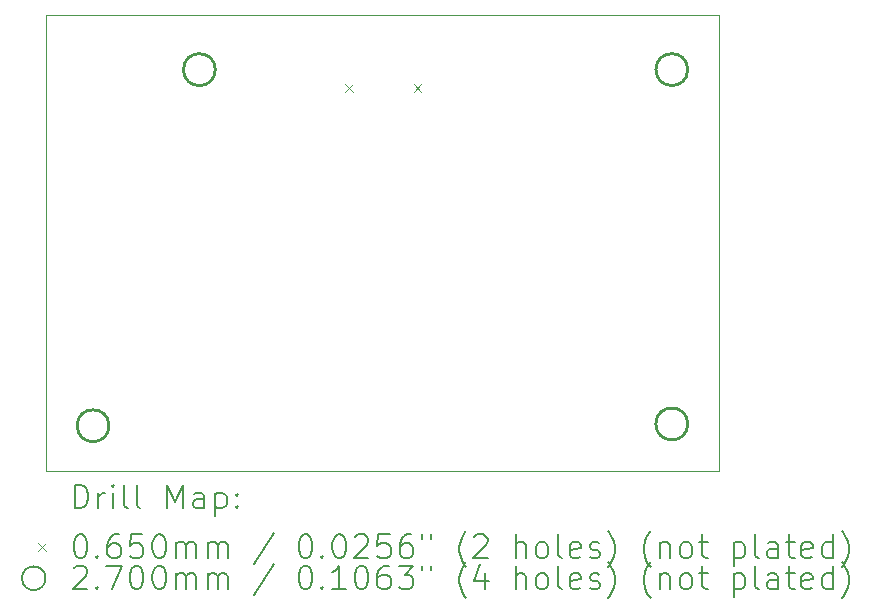
<source format=gbr>
%TF.GenerationSoftware,KiCad,Pcbnew,7.0.2-0*%
%TF.CreationDate,2023-04-30T22:27:09-07:00*%
%TF.ProjectId,babelfish,62616265-6c66-4697-9368-2e6b69636164,REV1*%
%TF.SameCoordinates,Original*%
%TF.FileFunction,Drillmap*%
%TF.FilePolarity,Positive*%
%FSLAX45Y45*%
G04 Gerber Fmt 4.5, Leading zero omitted, Abs format (unit mm)*
G04 Created by KiCad (PCBNEW 7.0.2-0) date 2023-04-30 22:27:09*
%MOMM*%
%LPD*%
G01*
G04 APERTURE LIST*
%ADD10C,0.050000*%
%ADD11C,0.200000*%
%ADD12C,0.064998*%
%ADD13C,0.270000*%
G04 APERTURE END LIST*
D10*
X8200000Y-6935000D02*
X13900000Y-6935000D01*
X13900000Y-10800000D01*
X8200000Y-10800000D01*
X8200000Y-6935000D01*
D11*
D12*
X10736495Y-7525522D02*
X10801494Y-7590521D01*
X10801494Y-7525522D02*
X10736495Y-7590521D01*
X11315489Y-7525522D02*
X11380488Y-7590521D01*
X11380488Y-7525522D02*
X11315489Y-7590521D01*
D13*
X8735000Y-10415000D02*
G75*
G03*
X8735000Y-10415000I-135000J0D01*
G01*
X9635000Y-7400000D02*
G75*
G03*
X9635000Y-7400000I-135000J0D01*
G01*
X13635000Y-7400000D02*
G75*
G03*
X13635000Y-7400000I-135000J0D01*
G01*
X13635000Y-10400000D02*
G75*
G03*
X13635000Y-10400000I-135000J0D01*
G01*
D11*
X8445119Y-11115024D02*
X8445119Y-10915024D01*
X8445119Y-10915024D02*
X8492738Y-10915024D01*
X8492738Y-10915024D02*
X8521310Y-10924548D01*
X8521310Y-10924548D02*
X8540357Y-10943595D01*
X8540357Y-10943595D02*
X8549881Y-10962643D01*
X8549881Y-10962643D02*
X8559405Y-11000738D01*
X8559405Y-11000738D02*
X8559405Y-11029310D01*
X8559405Y-11029310D02*
X8549881Y-11067405D01*
X8549881Y-11067405D02*
X8540357Y-11086452D01*
X8540357Y-11086452D02*
X8521310Y-11105500D01*
X8521310Y-11105500D02*
X8492738Y-11115024D01*
X8492738Y-11115024D02*
X8445119Y-11115024D01*
X8645119Y-11115024D02*
X8645119Y-10981690D01*
X8645119Y-11019786D02*
X8654643Y-11000738D01*
X8654643Y-11000738D02*
X8664167Y-10991214D01*
X8664167Y-10991214D02*
X8683214Y-10981690D01*
X8683214Y-10981690D02*
X8702262Y-10981690D01*
X8768929Y-11115024D02*
X8768929Y-10981690D01*
X8768929Y-10915024D02*
X8759405Y-10924548D01*
X8759405Y-10924548D02*
X8768929Y-10934071D01*
X8768929Y-10934071D02*
X8778452Y-10924548D01*
X8778452Y-10924548D02*
X8768929Y-10915024D01*
X8768929Y-10915024D02*
X8768929Y-10934071D01*
X8892738Y-11115024D02*
X8873690Y-11105500D01*
X8873690Y-11105500D02*
X8864167Y-11086452D01*
X8864167Y-11086452D02*
X8864167Y-10915024D01*
X8997500Y-11115024D02*
X8978452Y-11105500D01*
X8978452Y-11105500D02*
X8968929Y-11086452D01*
X8968929Y-11086452D02*
X8968929Y-10915024D01*
X9226071Y-11115024D02*
X9226071Y-10915024D01*
X9226071Y-10915024D02*
X9292738Y-11057881D01*
X9292738Y-11057881D02*
X9359405Y-10915024D01*
X9359405Y-10915024D02*
X9359405Y-11115024D01*
X9540357Y-11115024D02*
X9540357Y-11010262D01*
X9540357Y-11010262D02*
X9530833Y-10991214D01*
X9530833Y-10991214D02*
X9511786Y-10981690D01*
X9511786Y-10981690D02*
X9473690Y-10981690D01*
X9473690Y-10981690D02*
X9454643Y-10991214D01*
X9540357Y-11105500D02*
X9521310Y-11115024D01*
X9521310Y-11115024D02*
X9473690Y-11115024D01*
X9473690Y-11115024D02*
X9454643Y-11105500D01*
X9454643Y-11105500D02*
X9445119Y-11086452D01*
X9445119Y-11086452D02*
X9445119Y-11067405D01*
X9445119Y-11067405D02*
X9454643Y-11048357D01*
X9454643Y-11048357D02*
X9473690Y-11038833D01*
X9473690Y-11038833D02*
X9521310Y-11038833D01*
X9521310Y-11038833D02*
X9540357Y-11029310D01*
X9635595Y-10981690D02*
X9635595Y-11181690D01*
X9635595Y-10991214D02*
X9654643Y-10981690D01*
X9654643Y-10981690D02*
X9692738Y-10981690D01*
X9692738Y-10981690D02*
X9711786Y-10991214D01*
X9711786Y-10991214D02*
X9721310Y-11000738D01*
X9721310Y-11000738D02*
X9730833Y-11019786D01*
X9730833Y-11019786D02*
X9730833Y-11076929D01*
X9730833Y-11076929D02*
X9721310Y-11095976D01*
X9721310Y-11095976D02*
X9711786Y-11105500D01*
X9711786Y-11105500D02*
X9692738Y-11115024D01*
X9692738Y-11115024D02*
X9654643Y-11115024D01*
X9654643Y-11115024D02*
X9635595Y-11105500D01*
X9816548Y-11095976D02*
X9826071Y-11105500D01*
X9826071Y-11105500D02*
X9816548Y-11115024D01*
X9816548Y-11115024D02*
X9807024Y-11105500D01*
X9807024Y-11105500D02*
X9816548Y-11095976D01*
X9816548Y-11095976D02*
X9816548Y-11115024D01*
X9816548Y-10991214D02*
X9826071Y-11000738D01*
X9826071Y-11000738D02*
X9816548Y-11010262D01*
X9816548Y-11010262D02*
X9807024Y-11000738D01*
X9807024Y-11000738D02*
X9816548Y-10991214D01*
X9816548Y-10991214D02*
X9816548Y-11010262D01*
D12*
X8132501Y-11410001D02*
X8197500Y-11474999D01*
X8197500Y-11410001D02*
X8132501Y-11474999D01*
D11*
X8483214Y-11335024D02*
X8502262Y-11335024D01*
X8502262Y-11335024D02*
X8521310Y-11344548D01*
X8521310Y-11344548D02*
X8530833Y-11354071D01*
X8530833Y-11354071D02*
X8540357Y-11373119D01*
X8540357Y-11373119D02*
X8549881Y-11411214D01*
X8549881Y-11411214D02*
X8549881Y-11458833D01*
X8549881Y-11458833D02*
X8540357Y-11496928D01*
X8540357Y-11496928D02*
X8530833Y-11515976D01*
X8530833Y-11515976D02*
X8521310Y-11525500D01*
X8521310Y-11525500D02*
X8502262Y-11535024D01*
X8502262Y-11535024D02*
X8483214Y-11535024D01*
X8483214Y-11535024D02*
X8464167Y-11525500D01*
X8464167Y-11525500D02*
X8454643Y-11515976D01*
X8454643Y-11515976D02*
X8445119Y-11496928D01*
X8445119Y-11496928D02*
X8435595Y-11458833D01*
X8435595Y-11458833D02*
X8435595Y-11411214D01*
X8435595Y-11411214D02*
X8445119Y-11373119D01*
X8445119Y-11373119D02*
X8454643Y-11354071D01*
X8454643Y-11354071D02*
X8464167Y-11344548D01*
X8464167Y-11344548D02*
X8483214Y-11335024D01*
X8635595Y-11515976D02*
X8645119Y-11525500D01*
X8645119Y-11525500D02*
X8635595Y-11535024D01*
X8635595Y-11535024D02*
X8626071Y-11525500D01*
X8626071Y-11525500D02*
X8635595Y-11515976D01*
X8635595Y-11515976D02*
X8635595Y-11535024D01*
X8816548Y-11335024D02*
X8778452Y-11335024D01*
X8778452Y-11335024D02*
X8759405Y-11344548D01*
X8759405Y-11344548D02*
X8749881Y-11354071D01*
X8749881Y-11354071D02*
X8730833Y-11382643D01*
X8730833Y-11382643D02*
X8721310Y-11420738D01*
X8721310Y-11420738D02*
X8721310Y-11496928D01*
X8721310Y-11496928D02*
X8730833Y-11515976D01*
X8730833Y-11515976D02*
X8740357Y-11525500D01*
X8740357Y-11525500D02*
X8759405Y-11535024D01*
X8759405Y-11535024D02*
X8797500Y-11535024D01*
X8797500Y-11535024D02*
X8816548Y-11525500D01*
X8816548Y-11525500D02*
X8826071Y-11515976D01*
X8826071Y-11515976D02*
X8835595Y-11496928D01*
X8835595Y-11496928D02*
X8835595Y-11449309D01*
X8835595Y-11449309D02*
X8826071Y-11430262D01*
X8826071Y-11430262D02*
X8816548Y-11420738D01*
X8816548Y-11420738D02*
X8797500Y-11411214D01*
X8797500Y-11411214D02*
X8759405Y-11411214D01*
X8759405Y-11411214D02*
X8740357Y-11420738D01*
X8740357Y-11420738D02*
X8730833Y-11430262D01*
X8730833Y-11430262D02*
X8721310Y-11449309D01*
X9016548Y-11335024D02*
X8921310Y-11335024D01*
X8921310Y-11335024D02*
X8911786Y-11430262D01*
X8911786Y-11430262D02*
X8921310Y-11420738D01*
X8921310Y-11420738D02*
X8940357Y-11411214D01*
X8940357Y-11411214D02*
X8987976Y-11411214D01*
X8987976Y-11411214D02*
X9007024Y-11420738D01*
X9007024Y-11420738D02*
X9016548Y-11430262D01*
X9016548Y-11430262D02*
X9026071Y-11449309D01*
X9026071Y-11449309D02*
X9026071Y-11496928D01*
X9026071Y-11496928D02*
X9016548Y-11515976D01*
X9016548Y-11515976D02*
X9007024Y-11525500D01*
X9007024Y-11525500D02*
X8987976Y-11535024D01*
X8987976Y-11535024D02*
X8940357Y-11535024D01*
X8940357Y-11535024D02*
X8921310Y-11525500D01*
X8921310Y-11525500D02*
X8911786Y-11515976D01*
X9149881Y-11335024D02*
X9168929Y-11335024D01*
X9168929Y-11335024D02*
X9187976Y-11344548D01*
X9187976Y-11344548D02*
X9197500Y-11354071D01*
X9197500Y-11354071D02*
X9207024Y-11373119D01*
X9207024Y-11373119D02*
X9216548Y-11411214D01*
X9216548Y-11411214D02*
X9216548Y-11458833D01*
X9216548Y-11458833D02*
X9207024Y-11496928D01*
X9207024Y-11496928D02*
X9197500Y-11515976D01*
X9197500Y-11515976D02*
X9187976Y-11525500D01*
X9187976Y-11525500D02*
X9168929Y-11535024D01*
X9168929Y-11535024D02*
X9149881Y-11535024D01*
X9149881Y-11535024D02*
X9130833Y-11525500D01*
X9130833Y-11525500D02*
X9121310Y-11515976D01*
X9121310Y-11515976D02*
X9111786Y-11496928D01*
X9111786Y-11496928D02*
X9102262Y-11458833D01*
X9102262Y-11458833D02*
X9102262Y-11411214D01*
X9102262Y-11411214D02*
X9111786Y-11373119D01*
X9111786Y-11373119D02*
X9121310Y-11354071D01*
X9121310Y-11354071D02*
X9130833Y-11344548D01*
X9130833Y-11344548D02*
X9149881Y-11335024D01*
X9302262Y-11535024D02*
X9302262Y-11401690D01*
X9302262Y-11420738D02*
X9311786Y-11411214D01*
X9311786Y-11411214D02*
X9330833Y-11401690D01*
X9330833Y-11401690D02*
X9359405Y-11401690D01*
X9359405Y-11401690D02*
X9378452Y-11411214D01*
X9378452Y-11411214D02*
X9387976Y-11430262D01*
X9387976Y-11430262D02*
X9387976Y-11535024D01*
X9387976Y-11430262D02*
X9397500Y-11411214D01*
X9397500Y-11411214D02*
X9416548Y-11401690D01*
X9416548Y-11401690D02*
X9445119Y-11401690D01*
X9445119Y-11401690D02*
X9464167Y-11411214D01*
X9464167Y-11411214D02*
X9473691Y-11430262D01*
X9473691Y-11430262D02*
X9473691Y-11535024D01*
X9568929Y-11535024D02*
X9568929Y-11401690D01*
X9568929Y-11420738D02*
X9578452Y-11411214D01*
X9578452Y-11411214D02*
X9597500Y-11401690D01*
X9597500Y-11401690D02*
X9626072Y-11401690D01*
X9626072Y-11401690D02*
X9645119Y-11411214D01*
X9645119Y-11411214D02*
X9654643Y-11430262D01*
X9654643Y-11430262D02*
X9654643Y-11535024D01*
X9654643Y-11430262D02*
X9664167Y-11411214D01*
X9664167Y-11411214D02*
X9683214Y-11401690D01*
X9683214Y-11401690D02*
X9711786Y-11401690D01*
X9711786Y-11401690D02*
X9730833Y-11411214D01*
X9730833Y-11411214D02*
X9740357Y-11430262D01*
X9740357Y-11430262D02*
X9740357Y-11535024D01*
X10130833Y-11325500D02*
X9959405Y-11582643D01*
X10387976Y-11335024D02*
X10407024Y-11335024D01*
X10407024Y-11335024D02*
X10426072Y-11344548D01*
X10426072Y-11344548D02*
X10435595Y-11354071D01*
X10435595Y-11354071D02*
X10445119Y-11373119D01*
X10445119Y-11373119D02*
X10454643Y-11411214D01*
X10454643Y-11411214D02*
X10454643Y-11458833D01*
X10454643Y-11458833D02*
X10445119Y-11496928D01*
X10445119Y-11496928D02*
X10435595Y-11515976D01*
X10435595Y-11515976D02*
X10426072Y-11525500D01*
X10426072Y-11525500D02*
X10407024Y-11535024D01*
X10407024Y-11535024D02*
X10387976Y-11535024D01*
X10387976Y-11535024D02*
X10368929Y-11525500D01*
X10368929Y-11525500D02*
X10359405Y-11515976D01*
X10359405Y-11515976D02*
X10349881Y-11496928D01*
X10349881Y-11496928D02*
X10340357Y-11458833D01*
X10340357Y-11458833D02*
X10340357Y-11411214D01*
X10340357Y-11411214D02*
X10349881Y-11373119D01*
X10349881Y-11373119D02*
X10359405Y-11354071D01*
X10359405Y-11354071D02*
X10368929Y-11344548D01*
X10368929Y-11344548D02*
X10387976Y-11335024D01*
X10540357Y-11515976D02*
X10549881Y-11525500D01*
X10549881Y-11525500D02*
X10540357Y-11535024D01*
X10540357Y-11535024D02*
X10530834Y-11525500D01*
X10530834Y-11525500D02*
X10540357Y-11515976D01*
X10540357Y-11515976D02*
X10540357Y-11535024D01*
X10673691Y-11335024D02*
X10692738Y-11335024D01*
X10692738Y-11335024D02*
X10711786Y-11344548D01*
X10711786Y-11344548D02*
X10721310Y-11354071D01*
X10721310Y-11354071D02*
X10730834Y-11373119D01*
X10730834Y-11373119D02*
X10740357Y-11411214D01*
X10740357Y-11411214D02*
X10740357Y-11458833D01*
X10740357Y-11458833D02*
X10730834Y-11496928D01*
X10730834Y-11496928D02*
X10721310Y-11515976D01*
X10721310Y-11515976D02*
X10711786Y-11525500D01*
X10711786Y-11525500D02*
X10692738Y-11535024D01*
X10692738Y-11535024D02*
X10673691Y-11535024D01*
X10673691Y-11535024D02*
X10654643Y-11525500D01*
X10654643Y-11525500D02*
X10645119Y-11515976D01*
X10645119Y-11515976D02*
X10635595Y-11496928D01*
X10635595Y-11496928D02*
X10626072Y-11458833D01*
X10626072Y-11458833D02*
X10626072Y-11411214D01*
X10626072Y-11411214D02*
X10635595Y-11373119D01*
X10635595Y-11373119D02*
X10645119Y-11354071D01*
X10645119Y-11354071D02*
X10654643Y-11344548D01*
X10654643Y-11344548D02*
X10673691Y-11335024D01*
X10816548Y-11354071D02*
X10826072Y-11344548D01*
X10826072Y-11344548D02*
X10845119Y-11335024D01*
X10845119Y-11335024D02*
X10892738Y-11335024D01*
X10892738Y-11335024D02*
X10911786Y-11344548D01*
X10911786Y-11344548D02*
X10921310Y-11354071D01*
X10921310Y-11354071D02*
X10930834Y-11373119D01*
X10930834Y-11373119D02*
X10930834Y-11392167D01*
X10930834Y-11392167D02*
X10921310Y-11420738D01*
X10921310Y-11420738D02*
X10807024Y-11535024D01*
X10807024Y-11535024D02*
X10930834Y-11535024D01*
X11111786Y-11335024D02*
X11016548Y-11335024D01*
X11016548Y-11335024D02*
X11007024Y-11430262D01*
X11007024Y-11430262D02*
X11016548Y-11420738D01*
X11016548Y-11420738D02*
X11035595Y-11411214D01*
X11035595Y-11411214D02*
X11083215Y-11411214D01*
X11083215Y-11411214D02*
X11102262Y-11420738D01*
X11102262Y-11420738D02*
X11111786Y-11430262D01*
X11111786Y-11430262D02*
X11121310Y-11449309D01*
X11121310Y-11449309D02*
X11121310Y-11496928D01*
X11121310Y-11496928D02*
X11111786Y-11515976D01*
X11111786Y-11515976D02*
X11102262Y-11525500D01*
X11102262Y-11525500D02*
X11083215Y-11535024D01*
X11083215Y-11535024D02*
X11035595Y-11535024D01*
X11035595Y-11535024D02*
X11016548Y-11525500D01*
X11016548Y-11525500D02*
X11007024Y-11515976D01*
X11292738Y-11335024D02*
X11254643Y-11335024D01*
X11254643Y-11335024D02*
X11235595Y-11344548D01*
X11235595Y-11344548D02*
X11226072Y-11354071D01*
X11226072Y-11354071D02*
X11207024Y-11382643D01*
X11207024Y-11382643D02*
X11197500Y-11420738D01*
X11197500Y-11420738D02*
X11197500Y-11496928D01*
X11197500Y-11496928D02*
X11207024Y-11515976D01*
X11207024Y-11515976D02*
X11216548Y-11525500D01*
X11216548Y-11525500D02*
X11235595Y-11535024D01*
X11235595Y-11535024D02*
X11273691Y-11535024D01*
X11273691Y-11535024D02*
X11292738Y-11525500D01*
X11292738Y-11525500D02*
X11302262Y-11515976D01*
X11302262Y-11515976D02*
X11311786Y-11496928D01*
X11311786Y-11496928D02*
X11311786Y-11449309D01*
X11311786Y-11449309D02*
X11302262Y-11430262D01*
X11302262Y-11430262D02*
X11292738Y-11420738D01*
X11292738Y-11420738D02*
X11273691Y-11411214D01*
X11273691Y-11411214D02*
X11235595Y-11411214D01*
X11235595Y-11411214D02*
X11216548Y-11420738D01*
X11216548Y-11420738D02*
X11207024Y-11430262D01*
X11207024Y-11430262D02*
X11197500Y-11449309D01*
X11387976Y-11335024D02*
X11387976Y-11373119D01*
X11464167Y-11335024D02*
X11464167Y-11373119D01*
X11759405Y-11611214D02*
X11749881Y-11601690D01*
X11749881Y-11601690D02*
X11730834Y-11573119D01*
X11730834Y-11573119D02*
X11721310Y-11554071D01*
X11721310Y-11554071D02*
X11711786Y-11525500D01*
X11711786Y-11525500D02*
X11702262Y-11477881D01*
X11702262Y-11477881D02*
X11702262Y-11439786D01*
X11702262Y-11439786D02*
X11711786Y-11392167D01*
X11711786Y-11392167D02*
X11721310Y-11363595D01*
X11721310Y-11363595D02*
X11730834Y-11344548D01*
X11730834Y-11344548D02*
X11749881Y-11315976D01*
X11749881Y-11315976D02*
X11759405Y-11306452D01*
X11826072Y-11354071D02*
X11835595Y-11344548D01*
X11835595Y-11344548D02*
X11854643Y-11335024D01*
X11854643Y-11335024D02*
X11902262Y-11335024D01*
X11902262Y-11335024D02*
X11921310Y-11344548D01*
X11921310Y-11344548D02*
X11930834Y-11354071D01*
X11930834Y-11354071D02*
X11940357Y-11373119D01*
X11940357Y-11373119D02*
X11940357Y-11392167D01*
X11940357Y-11392167D02*
X11930834Y-11420738D01*
X11930834Y-11420738D02*
X11816548Y-11535024D01*
X11816548Y-11535024D02*
X11940357Y-11535024D01*
X12178453Y-11535024D02*
X12178453Y-11335024D01*
X12264167Y-11535024D02*
X12264167Y-11430262D01*
X12264167Y-11430262D02*
X12254643Y-11411214D01*
X12254643Y-11411214D02*
X12235596Y-11401690D01*
X12235596Y-11401690D02*
X12207024Y-11401690D01*
X12207024Y-11401690D02*
X12187976Y-11411214D01*
X12187976Y-11411214D02*
X12178453Y-11420738D01*
X12387976Y-11535024D02*
X12368929Y-11525500D01*
X12368929Y-11525500D02*
X12359405Y-11515976D01*
X12359405Y-11515976D02*
X12349881Y-11496928D01*
X12349881Y-11496928D02*
X12349881Y-11439786D01*
X12349881Y-11439786D02*
X12359405Y-11420738D01*
X12359405Y-11420738D02*
X12368929Y-11411214D01*
X12368929Y-11411214D02*
X12387976Y-11401690D01*
X12387976Y-11401690D02*
X12416548Y-11401690D01*
X12416548Y-11401690D02*
X12435596Y-11411214D01*
X12435596Y-11411214D02*
X12445119Y-11420738D01*
X12445119Y-11420738D02*
X12454643Y-11439786D01*
X12454643Y-11439786D02*
X12454643Y-11496928D01*
X12454643Y-11496928D02*
X12445119Y-11515976D01*
X12445119Y-11515976D02*
X12435596Y-11525500D01*
X12435596Y-11525500D02*
X12416548Y-11535024D01*
X12416548Y-11535024D02*
X12387976Y-11535024D01*
X12568929Y-11535024D02*
X12549881Y-11525500D01*
X12549881Y-11525500D02*
X12540357Y-11506452D01*
X12540357Y-11506452D02*
X12540357Y-11335024D01*
X12721310Y-11525500D02*
X12702262Y-11535024D01*
X12702262Y-11535024D02*
X12664167Y-11535024D01*
X12664167Y-11535024D02*
X12645119Y-11525500D01*
X12645119Y-11525500D02*
X12635596Y-11506452D01*
X12635596Y-11506452D02*
X12635596Y-11430262D01*
X12635596Y-11430262D02*
X12645119Y-11411214D01*
X12645119Y-11411214D02*
X12664167Y-11401690D01*
X12664167Y-11401690D02*
X12702262Y-11401690D01*
X12702262Y-11401690D02*
X12721310Y-11411214D01*
X12721310Y-11411214D02*
X12730834Y-11430262D01*
X12730834Y-11430262D02*
X12730834Y-11449309D01*
X12730834Y-11449309D02*
X12635596Y-11468357D01*
X12807024Y-11525500D02*
X12826072Y-11535024D01*
X12826072Y-11535024D02*
X12864167Y-11535024D01*
X12864167Y-11535024D02*
X12883215Y-11525500D01*
X12883215Y-11525500D02*
X12892738Y-11506452D01*
X12892738Y-11506452D02*
X12892738Y-11496928D01*
X12892738Y-11496928D02*
X12883215Y-11477881D01*
X12883215Y-11477881D02*
X12864167Y-11468357D01*
X12864167Y-11468357D02*
X12835596Y-11468357D01*
X12835596Y-11468357D02*
X12816548Y-11458833D01*
X12816548Y-11458833D02*
X12807024Y-11439786D01*
X12807024Y-11439786D02*
X12807024Y-11430262D01*
X12807024Y-11430262D02*
X12816548Y-11411214D01*
X12816548Y-11411214D02*
X12835596Y-11401690D01*
X12835596Y-11401690D02*
X12864167Y-11401690D01*
X12864167Y-11401690D02*
X12883215Y-11411214D01*
X12959405Y-11611214D02*
X12968929Y-11601690D01*
X12968929Y-11601690D02*
X12987977Y-11573119D01*
X12987977Y-11573119D02*
X12997500Y-11554071D01*
X12997500Y-11554071D02*
X13007024Y-11525500D01*
X13007024Y-11525500D02*
X13016548Y-11477881D01*
X13016548Y-11477881D02*
X13016548Y-11439786D01*
X13016548Y-11439786D02*
X13007024Y-11392167D01*
X13007024Y-11392167D02*
X12997500Y-11363595D01*
X12997500Y-11363595D02*
X12987977Y-11344548D01*
X12987977Y-11344548D02*
X12968929Y-11315976D01*
X12968929Y-11315976D02*
X12959405Y-11306452D01*
X13321310Y-11611214D02*
X13311786Y-11601690D01*
X13311786Y-11601690D02*
X13292738Y-11573119D01*
X13292738Y-11573119D02*
X13283215Y-11554071D01*
X13283215Y-11554071D02*
X13273691Y-11525500D01*
X13273691Y-11525500D02*
X13264167Y-11477881D01*
X13264167Y-11477881D02*
X13264167Y-11439786D01*
X13264167Y-11439786D02*
X13273691Y-11392167D01*
X13273691Y-11392167D02*
X13283215Y-11363595D01*
X13283215Y-11363595D02*
X13292738Y-11344548D01*
X13292738Y-11344548D02*
X13311786Y-11315976D01*
X13311786Y-11315976D02*
X13321310Y-11306452D01*
X13397500Y-11401690D02*
X13397500Y-11535024D01*
X13397500Y-11420738D02*
X13407024Y-11411214D01*
X13407024Y-11411214D02*
X13426072Y-11401690D01*
X13426072Y-11401690D02*
X13454643Y-11401690D01*
X13454643Y-11401690D02*
X13473691Y-11411214D01*
X13473691Y-11411214D02*
X13483215Y-11430262D01*
X13483215Y-11430262D02*
X13483215Y-11535024D01*
X13607024Y-11535024D02*
X13587977Y-11525500D01*
X13587977Y-11525500D02*
X13578453Y-11515976D01*
X13578453Y-11515976D02*
X13568929Y-11496928D01*
X13568929Y-11496928D02*
X13568929Y-11439786D01*
X13568929Y-11439786D02*
X13578453Y-11420738D01*
X13578453Y-11420738D02*
X13587977Y-11411214D01*
X13587977Y-11411214D02*
X13607024Y-11401690D01*
X13607024Y-11401690D02*
X13635596Y-11401690D01*
X13635596Y-11401690D02*
X13654643Y-11411214D01*
X13654643Y-11411214D02*
X13664167Y-11420738D01*
X13664167Y-11420738D02*
X13673691Y-11439786D01*
X13673691Y-11439786D02*
X13673691Y-11496928D01*
X13673691Y-11496928D02*
X13664167Y-11515976D01*
X13664167Y-11515976D02*
X13654643Y-11525500D01*
X13654643Y-11525500D02*
X13635596Y-11535024D01*
X13635596Y-11535024D02*
X13607024Y-11535024D01*
X13730834Y-11401690D02*
X13807024Y-11401690D01*
X13759405Y-11335024D02*
X13759405Y-11506452D01*
X13759405Y-11506452D02*
X13768929Y-11525500D01*
X13768929Y-11525500D02*
X13787977Y-11535024D01*
X13787977Y-11535024D02*
X13807024Y-11535024D01*
X14026072Y-11401690D02*
X14026072Y-11601690D01*
X14026072Y-11411214D02*
X14045119Y-11401690D01*
X14045119Y-11401690D02*
X14083215Y-11401690D01*
X14083215Y-11401690D02*
X14102262Y-11411214D01*
X14102262Y-11411214D02*
X14111786Y-11420738D01*
X14111786Y-11420738D02*
X14121310Y-11439786D01*
X14121310Y-11439786D02*
X14121310Y-11496928D01*
X14121310Y-11496928D02*
X14111786Y-11515976D01*
X14111786Y-11515976D02*
X14102262Y-11525500D01*
X14102262Y-11525500D02*
X14083215Y-11535024D01*
X14083215Y-11535024D02*
X14045119Y-11535024D01*
X14045119Y-11535024D02*
X14026072Y-11525500D01*
X14235596Y-11535024D02*
X14216548Y-11525500D01*
X14216548Y-11525500D02*
X14207024Y-11506452D01*
X14207024Y-11506452D02*
X14207024Y-11335024D01*
X14397500Y-11535024D02*
X14397500Y-11430262D01*
X14397500Y-11430262D02*
X14387977Y-11411214D01*
X14387977Y-11411214D02*
X14368929Y-11401690D01*
X14368929Y-11401690D02*
X14330834Y-11401690D01*
X14330834Y-11401690D02*
X14311786Y-11411214D01*
X14397500Y-11525500D02*
X14378453Y-11535024D01*
X14378453Y-11535024D02*
X14330834Y-11535024D01*
X14330834Y-11535024D02*
X14311786Y-11525500D01*
X14311786Y-11525500D02*
X14302262Y-11506452D01*
X14302262Y-11506452D02*
X14302262Y-11487405D01*
X14302262Y-11487405D02*
X14311786Y-11468357D01*
X14311786Y-11468357D02*
X14330834Y-11458833D01*
X14330834Y-11458833D02*
X14378453Y-11458833D01*
X14378453Y-11458833D02*
X14397500Y-11449309D01*
X14464167Y-11401690D02*
X14540358Y-11401690D01*
X14492739Y-11335024D02*
X14492739Y-11506452D01*
X14492739Y-11506452D02*
X14502262Y-11525500D01*
X14502262Y-11525500D02*
X14521310Y-11535024D01*
X14521310Y-11535024D02*
X14540358Y-11535024D01*
X14683215Y-11525500D02*
X14664167Y-11535024D01*
X14664167Y-11535024D02*
X14626072Y-11535024D01*
X14626072Y-11535024D02*
X14607024Y-11525500D01*
X14607024Y-11525500D02*
X14597500Y-11506452D01*
X14597500Y-11506452D02*
X14597500Y-11430262D01*
X14597500Y-11430262D02*
X14607024Y-11411214D01*
X14607024Y-11411214D02*
X14626072Y-11401690D01*
X14626072Y-11401690D02*
X14664167Y-11401690D01*
X14664167Y-11401690D02*
X14683215Y-11411214D01*
X14683215Y-11411214D02*
X14692739Y-11430262D01*
X14692739Y-11430262D02*
X14692739Y-11449309D01*
X14692739Y-11449309D02*
X14597500Y-11468357D01*
X14864167Y-11535024D02*
X14864167Y-11335024D01*
X14864167Y-11525500D02*
X14845120Y-11535024D01*
X14845120Y-11535024D02*
X14807024Y-11535024D01*
X14807024Y-11535024D02*
X14787977Y-11525500D01*
X14787977Y-11525500D02*
X14778453Y-11515976D01*
X14778453Y-11515976D02*
X14768929Y-11496928D01*
X14768929Y-11496928D02*
X14768929Y-11439786D01*
X14768929Y-11439786D02*
X14778453Y-11420738D01*
X14778453Y-11420738D02*
X14787977Y-11411214D01*
X14787977Y-11411214D02*
X14807024Y-11401690D01*
X14807024Y-11401690D02*
X14845120Y-11401690D01*
X14845120Y-11401690D02*
X14864167Y-11411214D01*
X14940358Y-11611214D02*
X14949881Y-11601690D01*
X14949881Y-11601690D02*
X14968929Y-11573119D01*
X14968929Y-11573119D02*
X14978453Y-11554071D01*
X14978453Y-11554071D02*
X14987977Y-11525500D01*
X14987977Y-11525500D02*
X14997500Y-11477881D01*
X14997500Y-11477881D02*
X14997500Y-11439786D01*
X14997500Y-11439786D02*
X14987977Y-11392167D01*
X14987977Y-11392167D02*
X14978453Y-11363595D01*
X14978453Y-11363595D02*
X14968929Y-11344548D01*
X14968929Y-11344548D02*
X14949881Y-11315976D01*
X14949881Y-11315976D02*
X14940358Y-11306452D01*
X8197500Y-11706500D02*
G75*
G03*
X8197500Y-11706500I-100000J0D01*
G01*
X8435595Y-11618071D02*
X8445119Y-11608548D01*
X8445119Y-11608548D02*
X8464167Y-11599024D01*
X8464167Y-11599024D02*
X8511786Y-11599024D01*
X8511786Y-11599024D02*
X8530833Y-11608548D01*
X8530833Y-11608548D02*
X8540357Y-11618071D01*
X8540357Y-11618071D02*
X8549881Y-11637119D01*
X8549881Y-11637119D02*
X8549881Y-11656167D01*
X8549881Y-11656167D02*
X8540357Y-11684738D01*
X8540357Y-11684738D02*
X8426071Y-11799024D01*
X8426071Y-11799024D02*
X8549881Y-11799024D01*
X8635595Y-11779976D02*
X8645119Y-11789500D01*
X8645119Y-11789500D02*
X8635595Y-11799024D01*
X8635595Y-11799024D02*
X8626071Y-11789500D01*
X8626071Y-11789500D02*
X8635595Y-11779976D01*
X8635595Y-11779976D02*
X8635595Y-11799024D01*
X8711786Y-11599024D02*
X8845119Y-11599024D01*
X8845119Y-11599024D02*
X8759405Y-11799024D01*
X8959405Y-11599024D02*
X8978452Y-11599024D01*
X8978452Y-11599024D02*
X8997500Y-11608548D01*
X8997500Y-11608548D02*
X9007024Y-11618071D01*
X9007024Y-11618071D02*
X9016548Y-11637119D01*
X9016548Y-11637119D02*
X9026071Y-11675214D01*
X9026071Y-11675214D02*
X9026071Y-11722833D01*
X9026071Y-11722833D02*
X9016548Y-11760928D01*
X9016548Y-11760928D02*
X9007024Y-11779976D01*
X9007024Y-11779976D02*
X8997500Y-11789500D01*
X8997500Y-11789500D02*
X8978452Y-11799024D01*
X8978452Y-11799024D02*
X8959405Y-11799024D01*
X8959405Y-11799024D02*
X8940357Y-11789500D01*
X8940357Y-11789500D02*
X8930833Y-11779976D01*
X8930833Y-11779976D02*
X8921310Y-11760928D01*
X8921310Y-11760928D02*
X8911786Y-11722833D01*
X8911786Y-11722833D02*
X8911786Y-11675214D01*
X8911786Y-11675214D02*
X8921310Y-11637119D01*
X8921310Y-11637119D02*
X8930833Y-11618071D01*
X8930833Y-11618071D02*
X8940357Y-11608548D01*
X8940357Y-11608548D02*
X8959405Y-11599024D01*
X9149881Y-11599024D02*
X9168929Y-11599024D01*
X9168929Y-11599024D02*
X9187976Y-11608548D01*
X9187976Y-11608548D02*
X9197500Y-11618071D01*
X9197500Y-11618071D02*
X9207024Y-11637119D01*
X9207024Y-11637119D02*
X9216548Y-11675214D01*
X9216548Y-11675214D02*
X9216548Y-11722833D01*
X9216548Y-11722833D02*
X9207024Y-11760928D01*
X9207024Y-11760928D02*
X9197500Y-11779976D01*
X9197500Y-11779976D02*
X9187976Y-11789500D01*
X9187976Y-11789500D02*
X9168929Y-11799024D01*
X9168929Y-11799024D02*
X9149881Y-11799024D01*
X9149881Y-11799024D02*
X9130833Y-11789500D01*
X9130833Y-11789500D02*
X9121310Y-11779976D01*
X9121310Y-11779976D02*
X9111786Y-11760928D01*
X9111786Y-11760928D02*
X9102262Y-11722833D01*
X9102262Y-11722833D02*
X9102262Y-11675214D01*
X9102262Y-11675214D02*
X9111786Y-11637119D01*
X9111786Y-11637119D02*
X9121310Y-11618071D01*
X9121310Y-11618071D02*
X9130833Y-11608548D01*
X9130833Y-11608548D02*
X9149881Y-11599024D01*
X9302262Y-11799024D02*
X9302262Y-11665690D01*
X9302262Y-11684738D02*
X9311786Y-11675214D01*
X9311786Y-11675214D02*
X9330833Y-11665690D01*
X9330833Y-11665690D02*
X9359405Y-11665690D01*
X9359405Y-11665690D02*
X9378452Y-11675214D01*
X9378452Y-11675214D02*
X9387976Y-11694262D01*
X9387976Y-11694262D02*
X9387976Y-11799024D01*
X9387976Y-11694262D02*
X9397500Y-11675214D01*
X9397500Y-11675214D02*
X9416548Y-11665690D01*
X9416548Y-11665690D02*
X9445119Y-11665690D01*
X9445119Y-11665690D02*
X9464167Y-11675214D01*
X9464167Y-11675214D02*
X9473691Y-11694262D01*
X9473691Y-11694262D02*
X9473691Y-11799024D01*
X9568929Y-11799024D02*
X9568929Y-11665690D01*
X9568929Y-11684738D02*
X9578452Y-11675214D01*
X9578452Y-11675214D02*
X9597500Y-11665690D01*
X9597500Y-11665690D02*
X9626072Y-11665690D01*
X9626072Y-11665690D02*
X9645119Y-11675214D01*
X9645119Y-11675214D02*
X9654643Y-11694262D01*
X9654643Y-11694262D02*
X9654643Y-11799024D01*
X9654643Y-11694262D02*
X9664167Y-11675214D01*
X9664167Y-11675214D02*
X9683214Y-11665690D01*
X9683214Y-11665690D02*
X9711786Y-11665690D01*
X9711786Y-11665690D02*
X9730833Y-11675214D01*
X9730833Y-11675214D02*
X9740357Y-11694262D01*
X9740357Y-11694262D02*
X9740357Y-11799024D01*
X10130833Y-11589500D02*
X9959405Y-11846643D01*
X10387976Y-11599024D02*
X10407024Y-11599024D01*
X10407024Y-11599024D02*
X10426072Y-11608548D01*
X10426072Y-11608548D02*
X10435595Y-11618071D01*
X10435595Y-11618071D02*
X10445119Y-11637119D01*
X10445119Y-11637119D02*
X10454643Y-11675214D01*
X10454643Y-11675214D02*
X10454643Y-11722833D01*
X10454643Y-11722833D02*
X10445119Y-11760928D01*
X10445119Y-11760928D02*
X10435595Y-11779976D01*
X10435595Y-11779976D02*
X10426072Y-11789500D01*
X10426072Y-11789500D02*
X10407024Y-11799024D01*
X10407024Y-11799024D02*
X10387976Y-11799024D01*
X10387976Y-11799024D02*
X10368929Y-11789500D01*
X10368929Y-11789500D02*
X10359405Y-11779976D01*
X10359405Y-11779976D02*
X10349881Y-11760928D01*
X10349881Y-11760928D02*
X10340357Y-11722833D01*
X10340357Y-11722833D02*
X10340357Y-11675214D01*
X10340357Y-11675214D02*
X10349881Y-11637119D01*
X10349881Y-11637119D02*
X10359405Y-11618071D01*
X10359405Y-11618071D02*
X10368929Y-11608548D01*
X10368929Y-11608548D02*
X10387976Y-11599024D01*
X10540357Y-11779976D02*
X10549881Y-11789500D01*
X10549881Y-11789500D02*
X10540357Y-11799024D01*
X10540357Y-11799024D02*
X10530834Y-11789500D01*
X10530834Y-11789500D02*
X10540357Y-11779976D01*
X10540357Y-11779976D02*
X10540357Y-11799024D01*
X10740357Y-11799024D02*
X10626072Y-11799024D01*
X10683214Y-11799024D02*
X10683214Y-11599024D01*
X10683214Y-11599024D02*
X10664167Y-11627595D01*
X10664167Y-11627595D02*
X10645119Y-11646643D01*
X10645119Y-11646643D02*
X10626072Y-11656167D01*
X10864167Y-11599024D02*
X10883215Y-11599024D01*
X10883215Y-11599024D02*
X10902262Y-11608548D01*
X10902262Y-11608548D02*
X10911786Y-11618071D01*
X10911786Y-11618071D02*
X10921310Y-11637119D01*
X10921310Y-11637119D02*
X10930834Y-11675214D01*
X10930834Y-11675214D02*
X10930834Y-11722833D01*
X10930834Y-11722833D02*
X10921310Y-11760928D01*
X10921310Y-11760928D02*
X10911786Y-11779976D01*
X10911786Y-11779976D02*
X10902262Y-11789500D01*
X10902262Y-11789500D02*
X10883215Y-11799024D01*
X10883215Y-11799024D02*
X10864167Y-11799024D01*
X10864167Y-11799024D02*
X10845119Y-11789500D01*
X10845119Y-11789500D02*
X10835595Y-11779976D01*
X10835595Y-11779976D02*
X10826072Y-11760928D01*
X10826072Y-11760928D02*
X10816548Y-11722833D01*
X10816548Y-11722833D02*
X10816548Y-11675214D01*
X10816548Y-11675214D02*
X10826072Y-11637119D01*
X10826072Y-11637119D02*
X10835595Y-11618071D01*
X10835595Y-11618071D02*
X10845119Y-11608548D01*
X10845119Y-11608548D02*
X10864167Y-11599024D01*
X11102262Y-11599024D02*
X11064167Y-11599024D01*
X11064167Y-11599024D02*
X11045119Y-11608548D01*
X11045119Y-11608548D02*
X11035595Y-11618071D01*
X11035595Y-11618071D02*
X11016548Y-11646643D01*
X11016548Y-11646643D02*
X11007024Y-11684738D01*
X11007024Y-11684738D02*
X11007024Y-11760928D01*
X11007024Y-11760928D02*
X11016548Y-11779976D01*
X11016548Y-11779976D02*
X11026072Y-11789500D01*
X11026072Y-11789500D02*
X11045119Y-11799024D01*
X11045119Y-11799024D02*
X11083215Y-11799024D01*
X11083215Y-11799024D02*
X11102262Y-11789500D01*
X11102262Y-11789500D02*
X11111786Y-11779976D01*
X11111786Y-11779976D02*
X11121310Y-11760928D01*
X11121310Y-11760928D02*
X11121310Y-11713309D01*
X11121310Y-11713309D02*
X11111786Y-11694262D01*
X11111786Y-11694262D02*
X11102262Y-11684738D01*
X11102262Y-11684738D02*
X11083215Y-11675214D01*
X11083215Y-11675214D02*
X11045119Y-11675214D01*
X11045119Y-11675214D02*
X11026072Y-11684738D01*
X11026072Y-11684738D02*
X11016548Y-11694262D01*
X11016548Y-11694262D02*
X11007024Y-11713309D01*
X11187976Y-11599024D02*
X11311786Y-11599024D01*
X11311786Y-11599024D02*
X11245119Y-11675214D01*
X11245119Y-11675214D02*
X11273691Y-11675214D01*
X11273691Y-11675214D02*
X11292738Y-11684738D01*
X11292738Y-11684738D02*
X11302262Y-11694262D01*
X11302262Y-11694262D02*
X11311786Y-11713309D01*
X11311786Y-11713309D02*
X11311786Y-11760928D01*
X11311786Y-11760928D02*
X11302262Y-11779976D01*
X11302262Y-11779976D02*
X11292738Y-11789500D01*
X11292738Y-11789500D02*
X11273691Y-11799024D01*
X11273691Y-11799024D02*
X11216548Y-11799024D01*
X11216548Y-11799024D02*
X11197500Y-11789500D01*
X11197500Y-11789500D02*
X11187976Y-11779976D01*
X11387976Y-11599024D02*
X11387976Y-11637119D01*
X11464167Y-11599024D02*
X11464167Y-11637119D01*
X11759405Y-11875214D02*
X11749881Y-11865690D01*
X11749881Y-11865690D02*
X11730834Y-11837119D01*
X11730834Y-11837119D02*
X11721310Y-11818071D01*
X11721310Y-11818071D02*
X11711786Y-11789500D01*
X11711786Y-11789500D02*
X11702262Y-11741881D01*
X11702262Y-11741881D02*
X11702262Y-11703786D01*
X11702262Y-11703786D02*
X11711786Y-11656167D01*
X11711786Y-11656167D02*
X11721310Y-11627595D01*
X11721310Y-11627595D02*
X11730834Y-11608548D01*
X11730834Y-11608548D02*
X11749881Y-11579976D01*
X11749881Y-11579976D02*
X11759405Y-11570452D01*
X11921310Y-11665690D02*
X11921310Y-11799024D01*
X11873691Y-11589500D02*
X11826072Y-11732357D01*
X11826072Y-11732357D02*
X11949881Y-11732357D01*
X12178453Y-11799024D02*
X12178453Y-11599024D01*
X12264167Y-11799024D02*
X12264167Y-11694262D01*
X12264167Y-11694262D02*
X12254643Y-11675214D01*
X12254643Y-11675214D02*
X12235596Y-11665690D01*
X12235596Y-11665690D02*
X12207024Y-11665690D01*
X12207024Y-11665690D02*
X12187976Y-11675214D01*
X12187976Y-11675214D02*
X12178453Y-11684738D01*
X12387976Y-11799024D02*
X12368929Y-11789500D01*
X12368929Y-11789500D02*
X12359405Y-11779976D01*
X12359405Y-11779976D02*
X12349881Y-11760928D01*
X12349881Y-11760928D02*
X12349881Y-11703786D01*
X12349881Y-11703786D02*
X12359405Y-11684738D01*
X12359405Y-11684738D02*
X12368929Y-11675214D01*
X12368929Y-11675214D02*
X12387976Y-11665690D01*
X12387976Y-11665690D02*
X12416548Y-11665690D01*
X12416548Y-11665690D02*
X12435596Y-11675214D01*
X12435596Y-11675214D02*
X12445119Y-11684738D01*
X12445119Y-11684738D02*
X12454643Y-11703786D01*
X12454643Y-11703786D02*
X12454643Y-11760928D01*
X12454643Y-11760928D02*
X12445119Y-11779976D01*
X12445119Y-11779976D02*
X12435596Y-11789500D01*
X12435596Y-11789500D02*
X12416548Y-11799024D01*
X12416548Y-11799024D02*
X12387976Y-11799024D01*
X12568929Y-11799024D02*
X12549881Y-11789500D01*
X12549881Y-11789500D02*
X12540357Y-11770452D01*
X12540357Y-11770452D02*
X12540357Y-11599024D01*
X12721310Y-11789500D02*
X12702262Y-11799024D01*
X12702262Y-11799024D02*
X12664167Y-11799024D01*
X12664167Y-11799024D02*
X12645119Y-11789500D01*
X12645119Y-11789500D02*
X12635596Y-11770452D01*
X12635596Y-11770452D02*
X12635596Y-11694262D01*
X12635596Y-11694262D02*
X12645119Y-11675214D01*
X12645119Y-11675214D02*
X12664167Y-11665690D01*
X12664167Y-11665690D02*
X12702262Y-11665690D01*
X12702262Y-11665690D02*
X12721310Y-11675214D01*
X12721310Y-11675214D02*
X12730834Y-11694262D01*
X12730834Y-11694262D02*
X12730834Y-11713309D01*
X12730834Y-11713309D02*
X12635596Y-11732357D01*
X12807024Y-11789500D02*
X12826072Y-11799024D01*
X12826072Y-11799024D02*
X12864167Y-11799024D01*
X12864167Y-11799024D02*
X12883215Y-11789500D01*
X12883215Y-11789500D02*
X12892738Y-11770452D01*
X12892738Y-11770452D02*
X12892738Y-11760928D01*
X12892738Y-11760928D02*
X12883215Y-11741881D01*
X12883215Y-11741881D02*
X12864167Y-11732357D01*
X12864167Y-11732357D02*
X12835596Y-11732357D01*
X12835596Y-11732357D02*
X12816548Y-11722833D01*
X12816548Y-11722833D02*
X12807024Y-11703786D01*
X12807024Y-11703786D02*
X12807024Y-11694262D01*
X12807024Y-11694262D02*
X12816548Y-11675214D01*
X12816548Y-11675214D02*
X12835596Y-11665690D01*
X12835596Y-11665690D02*
X12864167Y-11665690D01*
X12864167Y-11665690D02*
X12883215Y-11675214D01*
X12959405Y-11875214D02*
X12968929Y-11865690D01*
X12968929Y-11865690D02*
X12987977Y-11837119D01*
X12987977Y-11837119D02*
X12997500Y-11818071D01*
X12997500Y-11818071D02*
X13007024Y-11789500D01*
X13007024Y-11789500D02*
X13016548Y-11741881D01*
X13016548Y-11741881D02*
X13016548Y-11703786D01*
X13016548Y-11703786D02*
X13007024Y-11656167D01*
X13007024Y-11656167D02*
X12997500Y-11627595D01*
X12997500Y-11627595D02*
X12987977Y-11608548D01*
X12987977Y-11608548D02*
X12968929Y-11579976D01*
X12968929Y-11579976D02*
X12959405Y-11570452D01*
X13321310Y-11875214D02*
X13311786Y-11865690D01*
X13311786Y-11865690D02*
X13292738Y-11837119D01*
X13292738Y-11837119D02*
X13283215Y-11818071D01*
X13283215Y-11818071D02*
X13273691Y-11789500D01*
X13273691Y-11789500D02*
X13264167Y-11741881D01*
X13264167Y-11741881D02*
X13264167Y-11703786D01*
X13264167Y-11703786D02*
X13273691Y-11656167D01*
X13273691Y-11656167D02*
X13283215Y-11627595D01*
X13283215Y-11627595D02*
X13292738Y-11608548D01*
X13292738Y-11608548D02*
X13311786Y-11579976D01*
X13311786Y-11579976D02*
X13321310Y-11570452D01*
X13397500Y-11665690D02*
X13397500Y-11799024D01*
X13397500Y-11684738D02*
X13407024Y-11675214D01*
X13407024Y-11675214D02*
X13426072Y-11665690D01*
X13426072Y-11665690D02*
X13454643Y-11665690D01*
X13454643Y-11665690D02*
X13473691Y-11675214D01*
X13473691Y-11675214D02*
X13483215Y-11694262D01*
X13483215Y-11694262D02*
X13483215Y-11799024D01*
X13607024Y-11799024D02*
X13587977Y-11789500D01*
X13587977Y-11789500D02*
X13578453Y-11779976D01*
X13578453Y-11779976D02*
X13568929Y-11760928D01*
X13568929Y-11760928D02*
X13568929Y-11703786D01*
X13568929Y-11703786D02*
X13578453Y-11684738D01*
X13578453Y-11684738D02*
X13587977Y-11675214D01*
X13587977Y-11675214D02*
X13607024Y-11665690D01*
X13607024Y-11665690D02*
X13635596Y-11665690D01*
X13635596Y-11665690D02*
X13654643Y-11675214D01*
X13654643Y-11675214D02*
X13664167Y-11684738D01*
X13664167Y-11684738D02*
X13673691Y-11703786D01*
X13673691Y-11703786D02*
X13673691Y-11760928D01*
X13673691Y-11760928D02*
X13664167Y-11779976D01*
X13664167Y-11779976D02*
X13654643Y-11789500D01*
X13654643Y-11789500D02*
X13635596Y-11799024D01*
X13635596Y-11799024D02*
X13607024Y-11799024D01*
X13730834Y-11665690D02*
X13807024Y-11665690D01*
X13759405Y-11599024D02*
X13759405Y-11770452D01*
X13759405Y-11770452D02*
X13768929Y-11789500D01*
X13768929Y-11789500D02*
X13787977Y-11799024D01*
X13787977Y-11799024D02*
X13807024Y-11799024D01*
X14026072Y-11665690D02*
X14026072Y-11865690D01*
X14026072Y-11675214D02*
X14045119Y-11665690D01*
X14045119Y-11665690D02*
X14083215Y-11665690D01*
X14083215Y-11665690D02*
X14102262Y-11675214D01*
X14102262Y-11675214D02*
X14111786Y-11684738D01*
X14111786Y-11684738D02*
X14121310Y-11703786D01*
X14121310Y-11703786D02*
X14121310Y-11760928D01*
X14121310Y-11760928D02*
X14111786Y-11779976D01*
X14111786Y-11779976D02*
X14102262Y-11789500D01*
X14102262Y-11789500D02*
X14083215Y-11799024D01*
X14083215Y-11799024D02*
X14045119Y-11799024D01*
X14045119Y-11799024D02*
X14026072Y-11789500D01*
X14235596Y-11799024D02*
X14216548Y-11789500D01*
X14216548Y-11789500D02*
X14207024Y-11770452D01*
X14207024Y-11770452D02*
X14207024Y-11599024D01*
X14397500Y-11799024D02*
X14397500Y-11694262D01*
X14397500Y-11694262D02*
X14387977Y-11675214D01*
X14387977Y-11675214D02*
X14368929Y-11665690D01*
X14368929Y-11665690D02*
X14330834Y-11665690D01*
X14330834Y-11665690D02*
X14311786Y-11675214D01*
X14397500Y-11789500D02*
X14378453Y-11799024D01*
X14378453Y-11799024D02*
X14330834Y-11799024D01*
X14330834Y-11799024D02*
X14311786Y-11789500D01*
X14311786Y-11789500D02*
X14302262Y-11770452D01*
X14302262Y-11770452D02*
X14302262Y-11751405D01*
X14302262Y-11751405D02*
X14311786Y-11732357D01*
X14311786Y-11732357D02*
X14330834Y-11722833D01*
X14330834Y-11722833D02*
X14378453Y-11722833D01*
X14378453Y-11722833D02*
X14397500Y-11713309D01*
X14464167Y-11665690D02*
X14540358Y-11665690D01*
X14492739Y-11599024D02*
X14492739Y-11770452D01*
X14492739Y-11770452D02*
X14502262Y-11789500D01*
X14502262Y-11789500D02*
X14521310Y-11799024D01*
X14521310Y-11799024D02*
X14540358Y-11799024D01*
X14683215Y-11789500D02*
X14664167Y-11799024D01*
X14664167Y-11799024D02*
X14626072Y-11799024D01*
X14626072Y-11799024D02*
X14607024Y-11789500D01*
X14607024Y-11789500D02*
X14597500Y-11770452D01*
X14597500Y-11770452D02*
X14597500Y-11694262D01*
X14597500Y-11694262D02*
X14607024Y-11675214D01*
X14607024Y-11675214D02*
X14626072Y-11665690D01*
X14626072Y-11665690D02*
X14664167Y-11665690D01*
X14664167Y-11665690D02*
X14683215Y-11675214D01*
X14683215Y-11675214D02*
X14692739Y-11694262D01*
X14692739Y-11694262D02*
X14692739Y-11713309D01*
X14692739Y-11713309D02*
X14597500Y-11732357D01*
X14864167Y-11799024D02*
X14864167Y-11599024D01*
X14864167Y-11789500D02*
X14845120Y-11799024D01*
X14845120Y-11799024D02*
X14807024Y-11799024D01*
X14807024Y-11799024D02*
X14787977Y-11789500D01*
X14787977Y-11789500D02*
X14778453Y-11779976D01*
X14778453Y-11779976D02*
X14768929Y-11760928D01*
X14768929Y-11760928D02*
X14768929Y-11703786D01*
X14768929Y-11703786D02*
X14778453Y-11684738D01*
X14778453Y-11684738D02*
X14787977Y-11675214D01*
X14787977Y-11675214D02*
X14807024Y-11665690D01*
X14807024Y-11665690D02*
X14845120Y-11665690D01*
X14845120Y-11665690D02*
X14864167Y-11675214D01*
X14940358Y-11875214D02*
X14949881Y-11865690D01*
X14949881Y-11865690D02*
X14968929Y-11837119D01*
X14968929Y-11837119D02*
X14978453Y-11818071D01*
X14978453Y-11818071D02*
X14987977Y-11789500D01*
X14987977Y-11789500D02*
X14997500Y-11741881D01*
X14997500Y-11741881D02*
X14997500Y-11703786D01*
X14997500Y-11703786D02*
X14987977Y-11656167D01*
X14987977Y-11656167D02*
X14978453Y-11627595D01*
X14978453Y-11627595D02*
X14968929Y-11608548D01*
X14968929Y-11608548D02*
X14949881Y-11579976D01*
X14949881Y-11579976D02*
X14940358Y-11570452D01*
M02*

</source>
